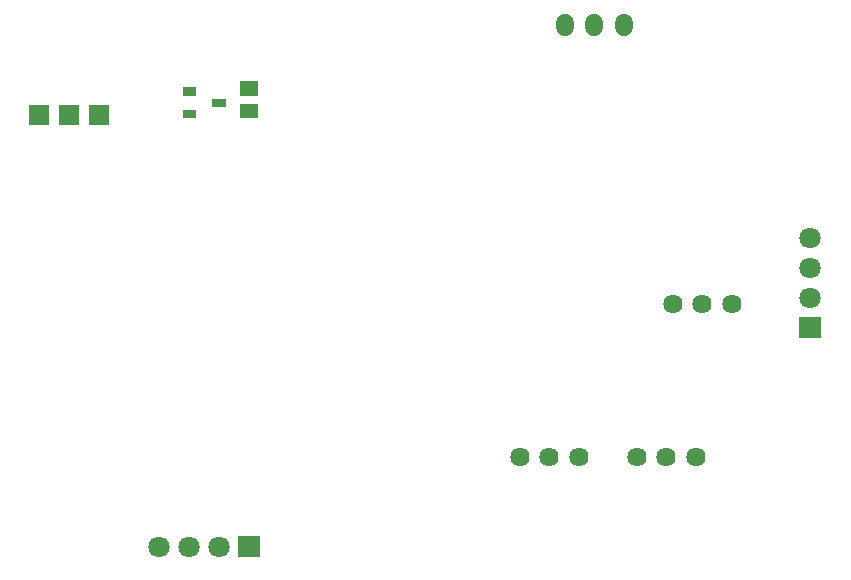
<source format=gbs>
G04 Layer: BottomSolderMaskLayer*
G04 EasyEDA v6.5.5, 2022-07-05 02:26:19*
G04 677f26d251d643acb481b5c6e2656a11,9a5be75d700b4a6385dc1106f27949ae,10*
G04 Gerber Generator version 0.2*
G04 Scale: 100 percent, Rotated: No, Reflected: No *
G04 Dimensions in millimeters *
G04 leading zeros omitted , absolute positions ,4 integer and 5 decimal *
%FSLAX45Y45*%
%MOMM*%

%ADD46C,1.5016*%
%ADD60C,1.8016*%
%ADD63C,1.6256*%

%LPD*%
D46*
X4677613Y-338099D02*
G01*
X4677613Y-373100D01*
X4927600Y-338099D02*
G01*
X4927600Y-373100D01*
X5177612Y-338099D02*
G01*
X5177612Y-373100D01*
G36*
X1932686Y-955802D02*
G01*
X1932686Y-832357D01*
X2080513Y-832357D01*
X2080513Y-955802D01*
G37*
G36*
X1932686Y-1148842D02*
G01*
X1932686Y-1025397D01*
X2080513Y-1025397D01*
X2080513Y-1148842D01*
G37*
G36*
X1443481Y-1146047D02*
G01*
X1443481Y-1075944D01*
X1560576Y-1075944D01*
X1560576Y-1146047D01*
G37*
G36*
X1443481Y-956055D02*
G01*
X1443481Y-885952D01*
X1560576Y-885952D01*
X1560576Y-956055D01*
G37*
G36*
X1690623Y-1051052D02*
G01*
X1690623Y-980947D01*
X1807718Y-980947D01*
X1807718Y-1051052D01*
G37*
G36*
X144779Y-1201420D02*
G01*
X144779Y-1033779D01*
X312420Y-1033779D01*
X312420Y-1201420D01*
G37*
G36*
X398779Y-1201420D02*
G01*
X398779Y-1033779D01*
X566420Y-1033779D01*
X566420Y-1201420D01*
G37*
G36*
X1916429Y-4865370D02*
G01*
X1916429Y-4685029D01*
X2096770Y-4685029D01*
X2096770Y-4865370D01*
G37*
D60*
G01*
X1752600Y-4775200D03*
G01*
X1498600Y-4775200D03*
G01*
X1244600Y-4775200D03*
G36*
X6666229Y-3011170D02*
G01*
X6666229Y-2830829D01*
X6846570Y-2830829D01*
X6846570Y-3011170D01*
G37*
G01*
X6756374Y-2667000D03*
G01*
X6756374Y-2413000D03*
G01*
X6756374Y-2159000D03*
D63*
G01*
X5842000Y-2717800D03*
G01*
X5591987Y-2717800D03*
G01*
X6091986Y-2717800D03*
G01*
X4546600Y-4013200D03*
G01*
X4296587Y-4013200D03*
G01*
X4796586Y-4013200D03*
G01*
X5537200Y-4013200D03*
G01*
X5287187Y-4013200D03*
G01*
X5787186Y-4013200D03*
G36*
X652779Y-1201420D02*
G01*
X652779Y-1033779D01*
X820420Y-1033779D01*
X820420Y-1201420D01*
G37*
M02*

</source>
